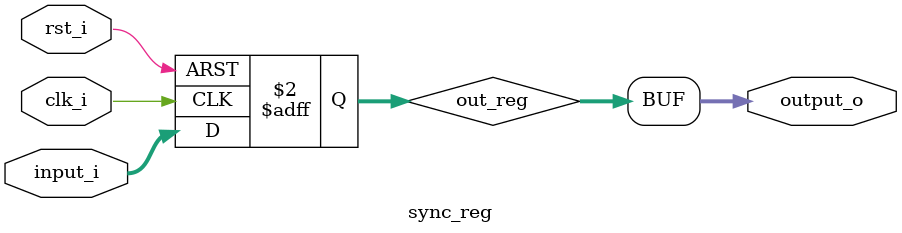
<source format=sv>
module sync_reg #(
  parameter WIDTH = 10
) (
    input  logic               clk_i,
    input  logic               rst_i,
    input  logic [WIDTH - 1:0] input_i,
    output logic [WIDTH - 1:0] output_o,
);

  logic [WIDTH-1:0] out_reg;

  always_ff @(posedge clk_i, posedge rst_i) begin
    if (rst_i) begin
      out_reg <= 'b0;
    end else begin
      out_reg <= input_i;
    end
  end

assign output_o = out_reg;
endmodule

</source>
